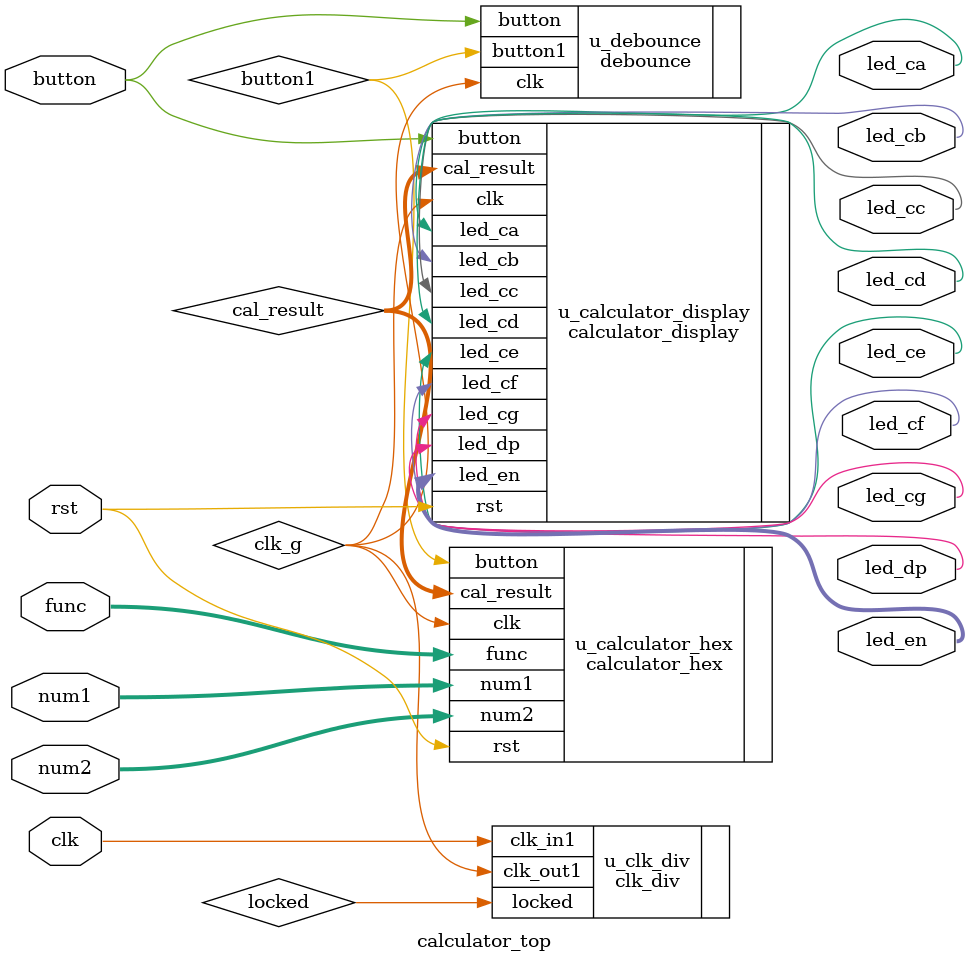
<source format=v>
module calculator_top (
    input  wire       clk   ,
	input  wire       rst   ,
	input  wire       button,
	input  wire [2:0] func  ,
	input  wire [7:0] num1  ,
	input  wire [7:0] num2  ,
 	output wire [7:0] led_en,
	output wire       led_ca,
	output wire       led_cb,
    output wire       led_cc,
	output wire       led_cd,
	output wire       led_ce,
	output wire       led_cf,
	output wire       led_cg,
	output wire       led_dp 
);

wire        clk_g     ;
wire		locked	  ;
wire [31:0] cal_result;
wire		button1;

clk_div u_clk_div (
    .clk_in1  (clk   ),
	.clk_out1 (clk_g ),
	.locked   (locked)
);

calculator_hex u_calculator_hex (
    .clk        (clk_g     ),
	.rst        (rst       ),
    .button		(button1   ),
	.func		(func	   ),
	.num1		(num1	   ),
	.num2		(num2	   ),
	.cal_result (cal_result)
);

calculator_display u_calculator_display (
    .clk        (clk_g     ),
	.rst        (rst       ),
	.button		(button	   ),
	.cal_result (cal_result),
    .led_en		(led_en	   ),
	.led_ca		(led_ca	   ),
	.led_cb		(led_cb	   ),
    .led_cc		(led_cc	   ),
	.led_cd		(led_cd	   ),
	.led_ce		(led_ce	   ),
	.led_cf		(led_cf    ),
	.led_cg		(led_cg	   ),
	.led_dp		(led_dp	   )
);

debounce u_debounce (
    .clk        (clk_g     ),
    .button     (button    ),
    .button1   	(button1   )
);

endmodule
</source>
